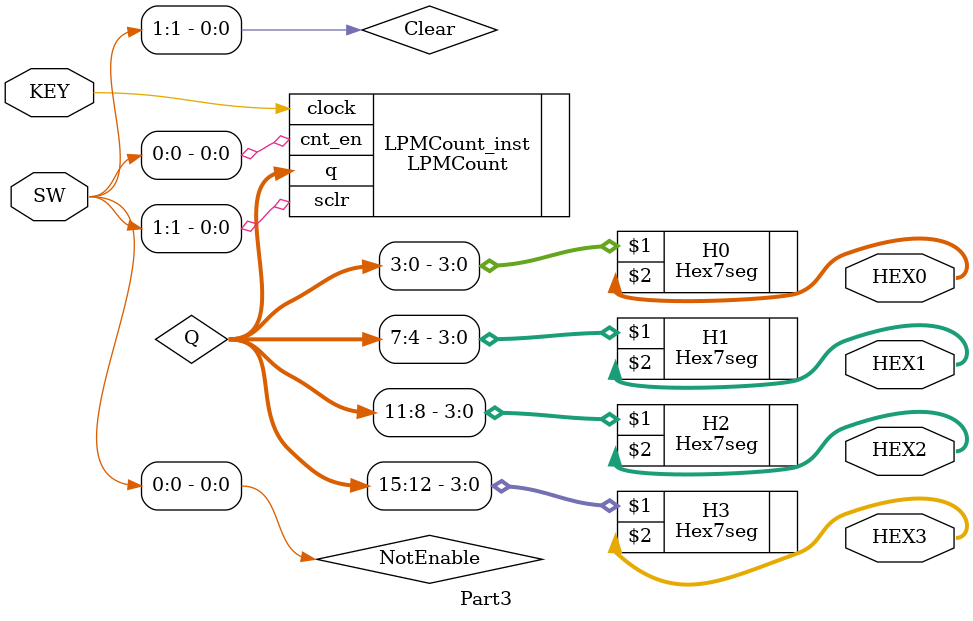
<source format=v>

module Part3( KEY, SW, HEX3, HEX2, HEX1, HEX0 );
  input  [0:0]KEY;                     // Key to activate clock
  input  [1:0]SW;                      // Toggle switches
  output [0:6]HEX0, HEX1, HEX2, HEX3;  // 7-segment displays
  
  wire [15:0]Q;
  wire NotEnable, Clear;
  assign NotEnable = SW[0];            // Enable switch
  assign Clear     = SW[1];            // Clear switch
  
  // use LPMCount with N=16
  LPMCount	LPMCount_inst (
	.clock ( KEY ),
	.cnt_en ( NotEnable ),
	.sclr ( Clear ),
	.q ( Q )
	);

  
  // wire up the 7-seg displays
  // Note: you will have to build your own 7-segment hex decoders (4 bits in,
  // seven segments out that display '0' through 'F').
  // 
  Hex7seg H3( Q[15:12], HEX3 );
  Hex7seg H2( Q[11:8],  HEX2 );
  Hex7seg H1( Q[7:4],   HEX1 );
  Hex7seg H0( Q[3:0],   HEX0 );

endmodule

</source>
